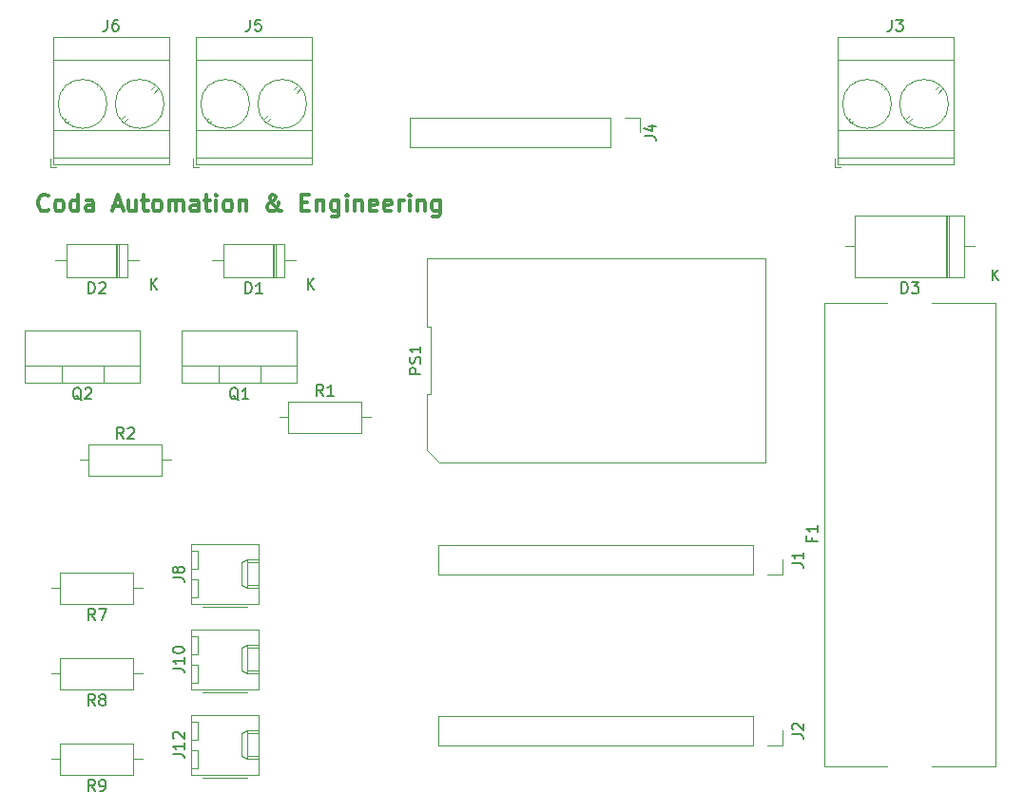
<source format=gbr>
%TF.GenerationSoftware,KiCad,Pcbnew,5.1.4+dfsg1-1*%
%TF.CreationDate,2019-12-03T13:40:21+10:00*%
%TF.ProjectId,Actuators,41637475-6174-46f7-9273-2e6b69636164,1*%
%TF.SameCoordinates,Original*%
%TF.FileFunction,Legend,Top*%
%TF.FilePolarity,Positive*%
%FSLAX46Y46*%
G04 Gerber Fmt 4.6, Leading zero omitted, Abs format (unit mm)*
G04 Created by KiCad (PCBNEW 5.1.4+dfsg1-1) date 2019-12-03 13:40:21*
%MOMM*%
%LPD*%
G04 APERTURE LIST*
%ADD10C,0.300000*%
%ADD11C,0.120000*%
%ADD12C,0.150000*%
G04 APERTURE END LIST*
D10*
X87140000Y-69115714D02*
X87068571Y-69187142D01*
X86854285Y-69258571D01*
X86711428Y-69258571D01*
X86497142Y-69187142D01*
X86354285Y-69044285D01*
X86282857Y-68901428D01*
X86211428Y-68615714D01*
X86211428Y-68401428D01*
X86282857Y-68115714D01*
X86354285Y-67972857D01*
X86497142Y-67830000D01*
X86711428Y-67758571D01*
X86854285Y-67758571D01*
X87068571Y-67830000D01*
X87140000Y-67901428D01*
X87997142Y-69258571D02*
X87854285Y-69187142D01*
X87782857Y-69115714D01*
X87711428Y-68972857D01*
X87711428Y-68544285D01*
X87782857Y-68401428D01*
X87854285Y-68330000D01*
X87997142Y-68258571D01*
X88211428Y-68258571D01*
X88354285Y-68330000D01*
X88425714Y-68401428D01*
X88497142Y-68544285D01*
X88497142Y-68972857D01*
X88425714Y-69115714D01*
X88354285Y-69187142D01*
X88211428Y-69258571D01*
X87997142Y-69258571D01*
X89782857Y-69258571D02*
X89782857Y-67758571D01*
X89782857Y-69187142D02*
X89640000Y-69258571D01*
X89354285Y-69258571D01*
X89211428Y-69187142D01*
X89140000Y-69115714D01*
X89068571Y-68972857D01*
X89068571Y-68544285D01*
X89140000Y-68401428D01*
X89211428Y-68330000D01*
X89354285Y-68258571D01*
X89640000Y-68258571D01*
X89782857Y-68330000D01*
X91140000Y-69258571D02*
X91140000Y-68472857D01*
X91068571Y-68330000D01*
X90925714Y-68258571D01*
X90640000Y-68258571D01*
X90497142Y-68330000D01*
X91140000Y-69187142D02*
X90997142Y-69258571D01*
X90640000Y-69258571D01*
X90497142Y-69187142D01*
X90425714Y-69044285D01*
X90425714Y-68901428D01*
X90497142Y-68758571D01*
X90640000Y-68687142D01*
X90997142Y-68687142D01*
X91140000Y-68615714D01*
X92925714Y-68830000D02*
X93640000Y-68830000D01*
X92782857Y-69258571D02*
X93282857Y-67758571D01*
X93782857Y-69258571D01*
X94925714Y-68258571D02*
X94925714Y-69258571D01*
X94282857Y-68258571D02*
X94282857Y-69044285D01*
X94354285Y-69187142D01*
X94497142Y-69258571D01*
X94711428Y-69258571D01*
X94854285Y-69187142D01*
X94925714Y-69115714D01*
X95425714Y-68258571D02*
X95997142Y-68258571D01*
X95640000Y-67758571D02*
X95640000Y-69044285D01*
X95711428Y-69187142D01*
X95854285Y-69258571D01*
X95997142Y-69258571D01*
X96711428Y-69258571D02*
X96568571Y-69187142D01*
X96497142Y-69115714D01*
X96425714Y-68972857D01*
X96425714Y-68544285D01*
X96497142Y-68401428D01*
X96568571Y-68330000D01*
X96711428Y-68258571D01*
X96925714Y-68258571D01*
X97068571Y-68330000D01*
X97140000Y-68401428D01*
X97211428Y-68544285D01*
X97211428Y-68972857D01*
X97140000Y-69115714D01*
X97068571Y-69187142D01*
X96925714Y-69258571D01*
X96711428Y-69258571D01*
X97854285Y-69258571D02*
X97854285Y-68258571D01*
X97854285Y-68401428D02*
X97925714Y-68330000D01*
X98068571Y-68258571D01*
X98282857Y-68258571D01*
X98425714Y-68330000D01*
X98497142Y-68472857D01*
X98497142Y-69258571D01*
X98497142Y-68472857D02*
X98568571Y-68330000D01*
X98711428Y-68258571D01*
X98925714Y-68258571D01*
X99068571Y-68330000D01*
X99140000Y-68472857D01*
X99140000Y-69258571D01*
X100497142Y-69258571D02*
X100497142Y-68472857D01*
X100425714Y-68330000D01*
X100282857Y-68258571D01*
X99997142Y-68258571D01*
X99854285Y-68330000D01*
X100497142Y-69187142D02*
X100354285Y-69258571D01*
X99997142Y-69258571D01*
X99854285Y-69187142D01*
X99782857Y-69044285D01*
X99782857Y-68901428D01*
X99854285Y-68758571D01*
X99997142Y-68687142D01*
X100354285Y-68687142D01*
X100497142Y-68615714D01*
X100997142Y-68258571D02*
X101568571Y-68258571D01*
X101211428Y-67758571D02*
X101211428Y-69044285D01*
X101282857Y-69187142D01*
X101425714Y-69258571D01*
X101568571Y-69258571D01*
X102068571Y-69258571D02*
X102068571Y-68258571D01*
X102068571Y-67758571D02*
X101997142Y-67830000D01*
X102068571Y-67901428D01*
X102140000Y-67830000D01*
X102068571Y-67758571D01*
X102068571Y-67901428D01*
X102997142Y-69258571D02*
X102854285Y-69187142D01*
X102782857Y-69115714D01*
X102711428Y-68972857D01*
X102711428Y-68544285D01*
X102782857Y-68401428D01*
X102854285Y-68330000D01*
X102997142Y-68258571D01*
X103211428Y-68258571D01*
X103354285Y-68330000D01*
X103425714Y-68401428D01*
X103497142Y-68544285D01*
X103497142Y-68972857D01*
X103425714Y-69115714D01*
X103354285Y-69187142D01*
X103211428Y-69258571D01*
X102997142Y-69258571D01*
X104140000Y-68258571D02*
X104140000Y-69258571D01*
X104140000Y-68401428D02*
X104211428Y-68330000D01*
X104354285Y-68258571D01*
X104568571Y-68258571D01*
X104711428Y-68330000D01*
X104782857Y-68472857D01*
X104782857Y-69258571D01*
X107854285Y-69258571D02*
X107782857Y-69258571D01*
X107640000Y-69187142D01*
X107425714Y-68972857D01*
X107068571Y-68544285D01*
X106925714Y-68330000D01*
X106854285Y-68115714D01*
X106854285Y-67972857D01*
X106925714Y-67830000D01*
X107068571Y-67758571D01*
X107140000Y-67758571D01*
X107282857Y-67830000D01*
X107354285Y-67972857D01*
X107354285Y-68044285D01*
X107282857Y-68187142D01*
X107211428Y-68258571D01*
X106782857Y-68544285D01*
X106711428Y-68615714D01*
X106640000Y-68758571D01*
X106640000Y-68972857D01*
X106711428Y-69115714D01*
X106782857Y-69187142D01*
X106925714Y-69258571D01*
X107140000Y-69258571D01*
X107282857Y-69187142D01*
X107354285Y-69115714D01*
X107568571Y-68830000D01*
X107640000Y-68615714D01*
X107640000Y-68472857D01*
X109640000Y-68472857D02*
X110140000Y-68472857D01*
X110354285Y-69258571D02*
X109640000Y-69258571D01*
X109640000Y-67758571D01*
X110354285Y-67758571D01*
X110997142Y-68258571D02*
X110997142Y-69258571D01*
X110997142Y-68401428D02*
X111068571Y-68330000D01*
X111211428Y-68258571D01*
X111425714Y-68258571D01*
X111568571Y-68330000D01*
X111640000Y-68472857D01*
X111640000Y-69258571D01*
X112997142Y-68258571D02*
X112997142Y-69472857D01*
X112925714Y-69615714D01*
X112854285Y-69687142D01*
X112711428Y-69758571D01*
X112497142Y-69758571D01*
X112354285Y-69687142D01*
X112997142Y-69187142D02*
X112854285Y-69258571D01*
X112568571Y-69258571D01*
X112425714Y-69187142D01*
X112354285Y-69115714D01*
X112282857Y-68972857D01*
X112282857Y-68544285D01*
X112354285Y-68401428D01*
X112425714Y-68330000D01*
X112568571Y-68258571D01*
X112854285Y-68258571D01*
X112997142Y-68330000D01*
X113711428Y-69258571D02*
X113711428Y-68258571D01*
X113711428Y-67758571D02*
X113640000Y-67830000D01*
X113711428Y-67901428D01*
X113782857Y-67830000D01*
X113711428Y-67758571D01*
X113711428Y-67901428D01*
X114425714Y-68258571D02*
X114425714Y-69258571D01*
X114425714Y-68401428D02*
X114497142Y-68330000D01*
X114640000Y-68258571D01*
X114854285Y-68258571D01*
X114997142Y-68330000D01*
X115068571Y-68472857D01*
X115068571Y-69258571D01*
X116354285Y-69187142D02*
X116211428Y-69258571D01*
X115925714Y-69258571D01*
X115782857Y-69187142D01*
X115711428Y-69044285D01*
X115711428Y-68472857D01*
X115782857Y-68330000D01*
X115925714Y-68258571D01*
X116211428Y-68258571D01*
X116354285Y-68330000D01*
X116425714Y-68472857D01*
X116425714Y-68615714D01*
X115711428Y-68758571D01*
X117640000Y-69187142D02*
X117497142Y-69258571D01*
X117211428Y-69258571D01*
X117068571Y-69187142D01*
X116997142Y-69044285D01*
X116997142Y-68472857D01*
X117068571Y-68330000D01*
X117211428Y-68258571D01*
X117497142Y-68258571D01*
X117640000Y-68330000D01*
X117711428Y-68472857D01*
X117711428Y-68615714D01*
X116997142Y-68758571D01*
X118354285Y-69258571D02*
X118354285Y-68258571D01*
X118354285Y-68544285D02*
X118425714Y-68401428D01*
X118497142Y-68330000D01*
X118640000Y-68258571D01*
X118782857Y-68258571D01*
X119282857Y-69258571D02*
X119282857Y-68258571D01*
X119282857Y-67758571D02*
X119211428Y-67830000D01*
X119282857Y-67901428D01*
X119354285Y-67830000D01*
X119282857Y-67758571D01*
X119282857Y-67901428D01*
X119997142Y-68258571D02*
X119997142Y-69258571D01*
X119997142Y-68401428D02*
X120068571Y-68330000D01*
X120211428Y-68258571D01*
X120425714Y-68258571D01*
X120568571Y-68330000D01*
X120640000Y-68472857D01*
X120640000Y-69258571D01*
X121997142Y-68258571D02*
X121997142Y-69472857D01*
X121925714Y-69615714D01*
X121854285Y-69687142D01*
X121711428Y-69758571D01*
X121497142Y-69758571D01*
X121354285Y-69687142D01*
X121997142Y-69187142D02*
X121854285Y-69258571D01*
X121568571Y-69258571D01*
X121425714Y-69187142D01*
X121354285Y-69115714D01*
X121282857Y-68972857D01*
X121282857Y-68544285D01*
X121354285Y-68401428D01*
X121425714Y-68330000D01*
X121568571Y-68258571D01*
X121854285Y-68258571D01*
X121997142Y-68330000D01*
D11*
X100440000Y-114770000D02*
X99840000Y-114770000D01*
X100440000Y-116370000D02*
X100440000Y-114770000D01*
X99840000Y-116370000D02*
X100440000Y-116370000D01*
X100440000Y-117310000D02*
X99840000Y-117310000D01*
X100440000Y-118910000D02*
X100440000Y-117310000D01*
X99840000Y-118910000D02*
X100440000Y-118910000D01*
X105860000Y-115820000D02*
X104860000Y-115820000D01*
X105860000Y-117860000D02*
X104860000Y-117860000D01*
X104330000Y-115820000D02*
X104860000Y-115570000D01*
X104330000Y-117860000D02*
X104330000Y-115820000D01*
X104860000Y-118110000D02*
X104330000Y-117860000D01*
X104860000Y-115570000D02*
X105860000Y-115570000D01*
X104860000Y-118110000D02*
X104860000Y-115570000D01*
X105860000Y-118110000D02*
X104860000Y-118110000D01*
X100870000Y-119780000D02*
X104870000Y-119780000D01*
X99840000Y-114190000D02*
X99840000Y-119490000D01*
X105860000Y-114190000D02*
X99840000Y-114190000D01*
X105860000Y-119490000D02*
X105860000Y-114190000D01*
X99840000Y-119490000D02*
X105860000Y-119490000D01*
X150960000Y-91670000D02*
X150960000Y-73430000D01*
X150960000Y-73430000D02*
X120820000Y-73430000D01*
X120820000Y-73430000D02*
X120820000Y-79510000D01*
X120820000Y-79510000D02*
X121180000Y-79510000D01*
X121180000Y-79510000D02*
X121180000Y-85589999D01*
X121180000Y-85589999D02*
X120820000Y-85589999D01*
X121920000Y-91670000D02*
X150960000Y-91670000D01*
X120820000Y-85589999D02*
X120820000Y-90551000D01*
X120820000Y-90551000D02*
X121920000Y-91670000D01*
X156200000Y-118720000D02*
X156200000Y-77460000D01*
X171460000Y-77460000D02*
X171460000Y-118720000D01*
X156200000Y-77460000D02*
X161830000Y-77460000D01*
X165830000Y-77460000D02*
X171460000Y-77460000D01*
X156200000Y-118720000D02*
X161830000Y-118720000D01*
X165830000Y-118720000D02*
X171460000Y-118720000D01*
X100440000Y-107150000D02*
X99840000Y-107150000D01*
X100440000Y-108750000D02*
X100440000Y-107150000D01*
X99840000Y-108750000D02*
X100440000Y-108750000D01*
X100440000Y-109690000D02*
X99840000Y-109690000D01*
X100440000Y-111290000D02*
X100440000Y-109690000D01*
X99840000Y-111290000D02*
X100440000Y-111290000D01*
X105860000Y-108200000D02*
X104860000Y-108200000D01*
X105860000Y-110240000D02*
X104860000Y-110240000D01*
X104330000Y-108200000D02*
X104860000Y-107950000D01*
X104330000Y-110240000D02*
X104330000Y-108200000D01*
X104860000Y-110490000D02*
X104330000Y-110240000D01*
X104860000Y-107950000D02*
X105860000Y-107950000D01*
X104860000Y-110490000D02*
X104860000Y-107950000D01*
X105860000Y-110490000D02*
X104860000Y-110490000D01*
X100870000Y-112160000D02*
X104870000Y-112160000D01*
X99840000Y-106570000D02*
X99840000Y-111870000D01*
X105860000Y-106570000D02*
X99840000Y-106570000D01*
X105860000Y-111870000D02*
X105860000Y-106570000D01*
X99840000Y-111870000D02*
X105860000Y-111870000D01*
X100440000Y-99530000D02*
X99840000Y-99530000D01*
X100440000Y-101130000D02*
X100440000Y-99530000D01*
X99840000Y-101130000D02*
X100440000Y-101130000D01*
X100440000Y-102070000D02*
X99840000Y-102070000D01*
X100440000Y-103670000D02*
X100440000Y-102070000D01*
X99840000Y-103670000D02*
X100440000Y-103670000D01*
X105860000Y-100580000D02*
X104860000Y-100580000D01*
X105860000Y-102620000D02*
X104860000Y-102620000D01*
X104330000Y-100580000D02*
X104860000Y-100330000D01*
X104330000Y-102620000D02*
X104330000Y-100580000D01*
X104860000Y-102870000D02*
X104330000Y-102620000D01*
X104860000Y-100330000D02*
X105860000Y-100330000D01*
X104860000Y-102870000D02*
X104860000Y-100330000D01*
X105860000Y-102870000D02*
X104860000Y-102870000D01*
X100870000Y-104540000D02*
X104870000Y-104540000D01*
X99840000Y-98950000D02*
X99840000Y-104250000D01*
X105860000Y-98950000D02*
X99840000Y-98950000D01*
X105860000Y-104250000D02*
X105860000Y-98950000D01*
X99840000Y-104250000D02*
X105860000Y-104250000D01*
X87400000Y-118110000D02*
X88170000Y-118110000D01*
X95480000Y-118110000D02*
X94710000Y-118110000D01*
X88170000Y-119480000D02*
X94710000Y-119480000D01*
X88170000Y-116740000D02*
X88170000Y-119480000D01*
X94710000Y-116740000D02*
X88170000Y-116740000D01*
X94710000Y-119480000D02*
X94710000Y-116740000D01*
X87400000Y-110490000D02*
X88170000Y-110490000D01*
X95480000Y-110490000D02*
X94710000Y-110490000D01*
X88170000Y-111860000D02*
X94710000Y-111860000D01*
X88170000Y-109120000D02*
X88170000Y-111860000D01*
X94710000Y-109120000D02*
X88170000Y-109120000D01*
X94710000Y-111860000D02*
X94710000Y-109120000D01*
X87400000Y-102870000D02*
X88170000Y-102870000D01*
X95480000Y-102870000D02*
X94710000Y-102870000D01*
X88170000Y-104240000D02*
X94710000Y-104240000D01*
X88170000Y-101500000D02*
X88170000Y-104240000D01*
X94710000Y-101500000D02*
X88170000Y-101500000D01*
X94710000Y-104240000D02*
X94710000Y-101500000D01*
X87330000Y-65290000D02*
X87830000Y-65290000D01*
X87330000Y-64550000D02*
X87330000Y-65290000D01*
X93992000Y-60682000D02*
X93597000Y-61078000D01*
X96638000Y-58036000D02*
X96258000Y-58416000D01*
X94243000Y-60964000D02*
X93863000Y-61344000D01*
X96904000Y-58302000D02*
X96509000Y-58698000D01*
X88622000Y-60971000D02*
X88516000Y-61078000D01*
X91558000Y-58036000D02*
X91451000Y-58143000D01*
X88888000Y-61237000D02*
X88782000Y-61344000D01*
X91824000Y-58302000D02*
X91717000Y-58409000D01*
X97850000Y-53730000D02*
X97850000Y-65050000D01*
X87570000Y-53730000D02*
X87570000Y-65050000D01*
X87570000Y-65050000D02*
X97850000Y-65050000D01*
X87570000Y-53730000D02*
X97850000Y-53730000D01*
X87570000Y-55790000D02*
X97850000Y-55790000D01*
X87570000Y-61990000D02*
X97850000Y-61990000D01*
X87570000Y-64490000D02*
X97850000Y-64490000D01*
X97430000Y-59690000D02*
G75*
G03X97430000Y-59690000I-2180000J0D01*
G01*
X92350000Y-59690000D02*
G75*
G03X92350000Y-59690000I-2180000J0D01*
G01*
X157180000Y-65290000D02*
X157680000Y-65290000D01*
X157180000Y-64550000D02*
X157180000Y-65290000D01*
X163842000Y-60682000D02*
X163447000Y-61078000D01*
X166488000Y-58036000D02*
X166108000Y-58416000D01*
X164093000Y-60964000D02*
X163713000Y-61344000D01*
X166754000Y-58302000D02*
X166359000Y-58698000D01*
X158472000Y-60971000D02*
X158366000Y-61078000D01*
X161408000Y-58036000D02*
X161301000Y-58143000D01*
X158738000Y-61237000D02*
X158632000Y-61344000D01*
X161674000Y-58302000D02*
X161567000Y-58409000D01*
X167700000Y-53730000D02*
X167700000Y-65050000D01*
X157420000Y-53730000D02*
X157420000Y-65050000D01*
X157420000Y-65050000D02*
X167700000Y-65050000D01*
X157420000Y-53730000D02*
X167700000Y-53730000D01*
X157420000Y-55790000D02*
X167700000Y-55790000D01*
X157420000Y-61990000D02*
X167700000Y-61990000D01*
X157420000Y-64490000D02*
X167700000Y-64490000D01*
X167280000Y-59690000D02*
G75*
G03X167280000Y-59690000I-2180000J0D01*
G01*
X162200000Y-59690000D02*
G75*
G03X162200000Y-59690000I-2180000J0D01*
G01*
X98020000Y-91440000D02*
X97250000Y-91440000D01*
X89940000Y-91440000D02*
X90710000Y-91440000D01*
X97250000Y-90070000D02*
X90710000Y-90070000D01*
X97250000Y-92810000D02*
X97250000Y-90070000D01*
X90710000Y-92810000D02*
X97250000Y-92810000D01*
X90710000Y-90070000D02*
X90710000Y-92810000D01*
X115800000Y-87630000D02*
X115030000Y-87630000D01*
X107720000Y-87630000D02*
X108490000Y-87630000D01*
X115030000Y-86260000D02*
X108490000Y-86260000D01*
X115030000Y-89000000D02*
X115030000Y-86260000D01*
X108490000Y-89000000D02*
X115030000Y-89000000D01*
X108490000Y-86260000D02*
X108490000Y-89000000D01*
X100030000Y-65290000D02*
X100530000Y-65290000D01*
X100030000Y-64550000D02*
X100030000Y-65290000D01*
X106692000Y-60682000D02*
X106297000Y-61078000D01*
X109338000Y-58036000D02*
X108958000Y-58416000D01*
X106943000Y-60964000D02*
X106563000Y-61344000D01*
X109604000Y-58302000D02*
X109209000Y-58698000D01*
X101322000Y-60971000D02*
X101216000Y-61078000D01*
X104258000Y-58036000D02*
X104151000Y-58143000D01*
X101588000Y-61237000D02*
X101482000Y-61344000D01*
X104524000Y-58302000D02*
X104417000Y-58409000D01*
X110550000Y-53730000D02*
X110550000Y-65050000D01*
X100270000Y-53730000D02*
X100270000Y-65050000D01*
X100270000Y-65050000D02*
X110550000Y-65050000D01*
X100270000Y-53730000D02*
X110550000Y-53730000D01*
X100270000Y-55790000D02*
X110550000Y-55790000D01*
X100270000Y-61990000D02*
X110550000Y-61990000D01*
X100270000Y-64490000D02*
X110550000Y-64490000D01*
X110130000Y-59690000D02*
G75*
G03X110130000Y-59690000I-2180000J0D01*
G01*
X105050000Y-59690000D02*
G75*
G03X105050000Y-59690000I-2180000J0D01*
G01*
X139760000Y-60900000D02*
X139760000Y-62230000D01*
X138430000Y-60900000D02*
X139760000Y-60900000D01*
X137160000Y-60900000D02*
X137160000Y-63560000D01*
X137160000Y-63560000D02*
X119320000Y-63560000D01*
X137160000Y-60900000D02*
X119320000Y-60900000D01*
X119320000Y-60900000D02*
X119320000Y-63560000D01*
X88319000Y-84550000D02*
X88319000Y-83040000D01*
X92020000Y-84550000D02*
X92020000Y-83040000D01*
X95290000Y-83040000D02*
X85050000Y-83040000D01*
X85050000Y-84550000D02*
X85050000Y-79909000D01*
X95290000Y-84550000D02*
X95290000Y-79909000D01*
X95290000Y-79909000D02*
X85050000Y-79909000D01*
X95290000Y-84550000D02*
X85050000Y-84550000D01*
X102289000Y-84550000D02*
X102289000Y-83040000D01*
X105990000Y-84550000D02*
X105990000Y-83040000D01*
X109260000Y-83040000D02*
X99020000Y-83040000D01*
X99020000Y-84550000D02*
X99020000Y-79909000D01*
X109260000Y-84550000D02*
X109260000Y-79909000D01*
X109260000Y-79909000D02*
X99020000Y-79909000D01*
X109260000Y-84550000D02*
X99020000Y-84550000D01*
X152460000Y-115570000D02*
X152460000Y-116900000D01*
X152460000Y-116900000D02*
X151130000Y-116900000D01*
X149860000Y-116900000D02*
X121860000Y-116900000D01*
X121860000Y-114240000D02*
X121860000Y-116900000D01*
X149860000Y-114240000D02*
X121860000Y-114240000D01*
X149860000Y-114240000D02*
X149860000Y-116900000D01*
X152460000Y-100330000D02*
X152460000Y-101660000D01*
X152460000Y-101660000D02*
X151130000Y-101660000D01*
X149860000Y-101660000D02*
X121860000Y-101660000D01*
X121860000Y-99000000D02*
X121860000Y-101660000D01*
X149860000Y-99000000D02*
X121860000Y-99000000D01*
X149860000Y-99000000D02*
X149860000Y-101660000D01*
X167275000Y-75110000D02*
X167275000Y-69670000D01*
X167035000Y-75110000D02*
X167035000Y-69670000D01*
X167155000Y-75110000D02*
X167155000Y-69670000D01*
X158050000Y-72390000D02*
X158960000Y-72390000D01*
X169610000Y-72390000D02*
X168700000Y-72390000D01*
X158960000Y-75110000D02*
X168700000Y-75110000D01*
X158960000Y-69670000D02*
X158960000Y-75110000D01*
X168700000Y-69670000D02*
X158960000Y-69670000D01*
X168700000Y-75110000D02*
X168700000Y-69670000D01*
X93380000Y-75130000D02*
X93380000Y-72190000D01*
X93140000Y-75130000D02*
X93140000Y-72190000D01*
X93260000Y-75130000D02*
X93260000Y-72190000D01*
X87700000Y-73660000D02*
X88720000Y-73660000D01*
X95180000Y-73660000D02*
X94160000Y-73660000D01*
X88720000Y-75130000D02*
X94160000Y-75130000D01*
X88720000Y-72190000D02*
X88720000Y-75130000D01*
X94160000Y-72190000D02*
X88720000Y-72190000D01*
X94160000Y-75130000D02*
X94160000Y-72190000D01*
X107350000Y-75130000D02*
X107350000Y-72190000D01*
X107110000Y-75130000D02*
X107110000Y-72190000D01*
X107230000Y-75130000D02*
X107230000Y-72190000D01*
X101670000Y-73660000D02*
X102690000Y-73660000D01*
X109150000Y-73660000D02*
X108130000Y-73660000D01*
X102690000Y-75130000D02*
X108130000Y-75130000D01*
X102690000Y-72190000D02*
X102690000Y-75130000D01*
X108130000Y-72190000D02*
X102690000Y-72190000D01*
X108130000Y-75130000D02*
X108130000Y-72190000D01*
D12*
X98202380Y-117649523D02*
X98916666Y-117649523D01*
X99059523Y-117697142D01*
X99154761Y-117792380D01*
X99202380Y-117935238D01*
X99202380Y-118030476D01*
X99202380Y-116649523D02*
X99202380Y-117220952D01*
X99202380Y-116935238D02*
X98202380Y-116935238D01*
X98345238Y-117030476D01*
X98440476Y-117125714D01*
X98488095Y-117220952D01*
X98297619Y-116268571D02*
X98250000Y-116220952D01*
X98202380Y-116125714D01*
X98202380Y-115887619D01*
X98250000Y-115792380D01*
X98297619Y-115744761D01*
X98392857Y-115697142D01*
X98488095Y-115697142D01*
X98630952Y-115744761D01*
X99202380Y-116316190D01*
X99202380Y-115697142D01*
X120272380Y-83764285D02*
X119272380Y-83764285D01*
X119272380Y-83383333D01*
X119320000Y-83288095D01*
X119367619Y-83240476D01*
X119462857Y-83192857D01*
X119605714Y-83192857D01*
X119700952Y-83240476D01*
X119748571Y-83288095D01*
X119796190Y-83383333D01*
X119796190Y-83764285D01*
X120224761Y-82811904D02*
X120272380Y-82669047D01*
X120272380Y-82430952D01*
X120224761Y-82335714D01*
X120177142Y-82288095D01*
X120081904Y-82240476D01*
X119986666Y-82240476D01*
X119891428Y-82288095D01*
X119843809Y-82335714D01*
X119796190Y-82430952D01*
X119748571Y-82621428D01*
X119700952Y-82716666D01*
X119653333Y-82764285D01*
X119558095Y-82811904D01*
X119462857Y-82811904D01*
X119367619Y-82764285D01*
X119320000Y-82716666D01*
X119272380Y-82621428D01*
X119272380Y-82383333D01*
X119320000Y-82240476D01*
X120272380Y-81288095D02*
X120272380Y-81859523D01*
X120272380Y-81573809D02*
X119272380Y-81573809D01*
X119415238Y-81669047D01*
X119510476Y-81764285D01*
X119558095Y-81859523D01*
X155108571Y-98323333D02*
X155108571Y-98656666D01*
X155632380Y-98656666D02*
X154632380Y-98656666D01*
X154632380Y-98180476D01*
X155632380Y-97275714D02*
X155632380Y-97847142D01*
X155632380Y-97561428D02*
X154632380Y-97561428D01*
X154775238Y-97656666D01*
X154870476Y-97751904D01*
X154918095Y-97847142D01*
X98202380Y-110029523D02*
X98916666Y-110029523D01*
X99059523Y-110077142D01*
X99154761Y-110172380D01*
X99202380Y-110315238D01*
X99202380Y-110410476D01*
X99202380Y-109029523D02*
X99202380Y-109600952D01*
X99202380Y-109315238D02*
X98202380Y-109315238D01*
X98345238Y-109410476D01*
X98440476Y-109505714D01*
X98488095Y-109600952D01*
X98202380Y-108410476D02*
X98202380Y-108315238D01*
X98250000Y-108220000D01*
X98297619Y-108172380D01*
X98392857Y-108124761D01*
X98583333Y-108077142D01*
X98821428Y-108077142D01*
X99011904Y-108124761D01*
X99107142Y-108172380D01*
X99154761Y-108220000D01*
X99202380Y-108315238D01*
X99202380Y-108410476D01*
X99154761Y-108505714D01*
X99107142Y-108553333D01*
X99011904Y-108600952D01*
X98821428Y-108648571D01*
X98583333Y-108648571D01*
X98392857Y-108600952D01*
X98297619Y-108553333D01*
X98250000Y-108505714D01*
X98202380Y-108410476D01*
X98202380Y-101933333D02*
X98916666Y-101933333D01*
X99059523Y-101980952D01*
X99154761Y-102076190D01*
X99202380Y-102219047D01*
X99202380Y-102314285D01*
X98630952Y-101314285D02*
X98583333Y-101409523D01*
X98535714Y-101457142D01*
X98440476Y-101504761D01*
X98392857Y-101504761D01*
X98297619Y-101457142D01*
X98250000Y-101409523D01*
X98202380Y-101314285D01*
X98202380Y-101123809D01*
X98250000Y-101028571D01*
X98297619Y-100980952D01*
X98392857Y-100933333D01*
X98440476Y-100933333D01*
X98535714Y-100980952D01*
X98583333Y-101028571D01*
X98630952Y-101123809D01*
X98630952Y-101314285D01*
X98678571Y-101409523D01*
X98726190Y-101457142D01*
X98821428Y-101504761D01*
X99011904Y-101504761D01*
X99107142Y-101457142D01*
X99154761Y-101409523D01*
X99202380Y-101314285D01*
X99202380Y-101123809D01*
X99154761Y-101028571D01*
X99107142Y-100980952D01*
X99011904Y-100933333D01*
X98821428Y-100933333D01*
X98726190Y-100980952D01*
X98678571Y-101028571D01*
X98630952Y-101123809D01*
X91273333Y-120932380D02*
X90940000Y-120456190D01*
X90701904Y-120932380D02*
X90701904Y-119932380D01*
X91082857Y-119932380D01*
X91178095Y-119980000D01*
X91225714Y-120027619D01*
X91273333Y-120122857D01*
X91273333Y-120265714D01*
X91225714Y-120360952D01*
X91178095Y-120408571D01*
X91082857Y-120456190D01*
X90701904Y-120456190D01*
X91749523Y-120932380D02*
X91940000Y-120932380D01*
X92035238Y-120884761D01*
X92082857Y-120837142D01*
X92178095Y-120694285D01*
X92225714Y-120503809D01*
X92225714Y-120122857D01*
X92178095Y-120027619D01*
X92130476Y-119980000D01*
X92035238Y-119932380D01*
X91844761Y-119932380D01*
X91749523Y-119980000D01*
X91701904Y-120027619D01*
X91654285Y-120122857D01*
X91654285Y-120360952D01*
X91701904Y-120456190D01*
X91749523Y-120503809D01*
X91844761Y-120551428D01*
X92035238Y-120551428D01*
X92130476Y-120503809D01*
X92178095Y-120456190D01*
X92225714Y-120360952D01*
X91273333Y-113312380D02*
X90940000Y-112836190D01*
X90701904Y-113312380D02*
X90701904Y-112312380D01*
X91082857Y-112312380D01*
X91178095Y-112360000D01*
X91225714Y-112407619D01*
X91273333Y-112502857D01*
X91273333Y-112645714D01*
X91225714Y-112740952D01*
X91178095Y-112788571D01*
X91082857Y-112836190D01*
X90701904Y-112836190D01*
X91844761Y-112740952D02*
X91749523Y-112693333D01*
X91701904Y-112645714D01*
X91654285Y-112550476D01*
X91654285Y-112502857D01*
X91701904Y-112407619D01*
X91749523Y-112360000D01*
X91844761Y-112312380D01*
X92035238Y-112312380D01*
X92130476Y-112360000D01*
X92178095Y-112407619D01*
X92225714Y-112502857D01*
X92225714Y-112550476D01*
X92178095Y-112645714D01*
X92130476Y-112693333D01*
X92035238Y-112740952D01*
X91844761Y-112740952D01*
X91749523Y-112788571D01*
X91701904Y-112836190D01*
X91654285Y-112931428D01*
X91654285Y-113121904D01*
X91701904Y-113217142D01*
X91749523Y-113264761D01*
X91844761Y-113312380D01*
X92035238Y-113312380D01*
X92130476Y-113264761D01*
X92178095Y-113217142D01*
X92225714Y-113121904D01*
X92225714Y-112931428D01*
X92178095Y-112836190D01*
X92130476Y-112788571D01*
X92035238Y-112740952D01*
X91273333Y-105692380D02*
X90940000Y-105216190D01*
X90701904Y-105692380D02*
X90701904Y-104692380D01*
X91082857Y-104692380D01*
X91178095Y-104740000D01*
X91225714Y-104787619D01*
X91273333Y-104882857D01*
X91273333Y-105025714D01*
X91225714Y-105120952D01*
X91178095Y-105168571D01*
X91082857Y-105216190D01*
X90701904Y-105216190D01*
X91606666Y-104692380D02*
X92273333Y-104692380D01*
X91844761Y-105692380D01*
X92376666Y-52182380D02*
X92376666Y-52896666D01*
X92329047Y-53039523D01*
X92233809Y-53134761D01*
X92090952Y-53182380D01*
X91995714Y-53182380D01*
X93281428Y-52182380D02*
X93090952Y-52182380D01*
X92995714Y-52230000D01*
X92948095Y-52277619D01*
X92852857Y-52420476D01*
X92805238Y-52610952D01*
X92805238Y-52991904D01*
X92852857Y-53087142D01*
X92900476Y-53134761D01*
X92995714Y-53182380D01*
X93186190Y-53182380D01*
X93281428Y-53134761D01*
X93329047Y-53087142D01*
X93376666Y-52991904D01*
X93376666Y-52753809D01*
X93329047Y-52658571D01*
X93281428Y-52610952D01*
X93186190Y-52563333D01*
X92995714Y-52563333D01*
X92900476Y-52610952D01*
X92852857Y-52658571D01*
X92805238Y-52753809D01*
X162226666Y-52182380D02*
X162226666Y-52896666D01*
X162179047Y-53039523D01*
X162083809Y-53134761D01*
X161940952Y-53182380D01*
X161845714Y-53182380D01*
X162607619Y-52182380D02*
X163226666Y-52182380D01*
X162893333Y-52563333D01*
X163036190Y-52563333D01*
X163131428Y-52610952D01*
X163179047Y-52658571D01*
X163226666Y-52753809D01*
X163226666Y-52991904D01*
X163179047Y-53087142D01*
X163131428Y-53134761D01*
X163036190Y-53182380D01*
X162750476Y-53182380D01*
X162655238Y-53134761D01*
X162607619Y-53087142D01*
X93813333Y-89522380D02*
X93480000Y-89046190D01*
X93241904Y-89522380D02*
X93241904Y-88522380D01*
X93622857Y-88522380D01*
X93718095Y-88570000D01*
X93765714Y-88617619D01*
X93813333Y-88712857D01*
X93813333Y-88855714D01*
X93765714Y-88950952D01*
X93718095Y-88998571D01*
X93622857Y-89046190D01*
X93241904Y-89046190D01*
X94194285Y-88617619D02*
X94241904Y-88570000D01*
X94337142Y-88522380D01*
X94575238Y-88522380D01*
X94670476Y-88570000D01*
X94718095Y-88617619D01*
X94765714Y-88712857D01*
X94765714Y-88808095D01*
X94718095Y-88950952D01*
X94146666Y-89522380D01*
X94765714Y-89522380D01*
X111593333Y-85712380D02*
X111260000Y-85236190D01*
X111021904Y-85712380D02*
X111021904Y-84712380D01*
X111402857Y-84712380D01*
X111498095Y-84760000D01*
X111545714Y-84807619D01*
X111593333Y-84902857D01*
X111593333Y-85045714D01*
X111545714Y-85140952D01*
X111498095Y-85188571D01*
X111402857Y-85236190D01*
X111021904Y-85236190D01*
X112545714Y-85712380D02*
X111974285Y-85712380D01*
X112260000Y-85712380D02*
X112260000Y-84712380D01*
X112164761Y-84855238D01*
X112069523Y-84950476D01*
X111974285Y-84998095D01*
X105076666Y-52182380D02*
X105076666Y-52896666D01*
X105029047Y-53039523D01*
X104933809Y-53134761D01*
X104790952Y-53182380D01*
X104695714Y-53182380D01*
X106029047Y-52182380D02*
X105552857Y-52182380D01*
X105505238Y-52658571D01*
X105552857Y-52610952D01*
X105648095Y-52563333D01*
X105886190Y-52563333D01*
X105981428Y-52610952D01*
X106029047Y-52658571D01*
X106076666Y-52753809D01*
X106076666Y-52991904D01*
X106029047Y-53087142D01*
X105981428Y-53134761D01*
X105886190Y-53182380D01*
X105648095Y-53182380D01*
X105552857Y-53134761D01*
X105505238Y-53087142D01*
X140212380Y-62563333D02*
X140926666Y-62563333D01*
X141069523Y-62610952D01*
X141164761Y-62706190D01*
X141212380Y-62849047D01*
X141212380Y-62944285D01*
X140545714Y-61658571D02*
X141212380Y-61658571D01*
X140164761Y-61896666D02*
X140879047Y-62134761D01*
X140879047Y-61515714D01*
X90074761Y-86097619D02*
X89979523Y-86050000D01*
X89884285Y-85954761D01*
X89741428Y-85811904D01*
X89646190Y-85764285D01*
X89550952Y-85764285D01*
X89598571Y-86002380D02*
X89503333Y-85954761D01*
X89408095Y-85859523D01*
X89360476Y-85669047D01*
X89360476Y-85335714D01*
X89408095Y-85145238D01*
X89503333Y-85050000D01*
X89598571Y-85002380D01*
X89789047Y-85002380D01*
X89884285Y-85050000D01*
X89979523Y-85145238D01*
X90027142Y-85335714D01*
X90027142Y-85669047D01*
X89979523Y-85859523D01*
X89884285Y-85954761D01*
X89789047Y-86002380D01*
X89598571Y-86002380D01*
X90408095Y-85097619D02*
X90455714Y-85050000D01*
X90550952Y-85002380D01*
X90789047Y-85002380D01*
X90884285Y-85050000D01*
X90931904Y-85097619D01*
X90979523Y-85192857D01*
X90979523Y-85288095D01*
X90931904Y-85430952D01*
X90360476Y-86002380D01*
X90979523Y-86002380D01*
X104044761Y-86097619D02*
X103949523Y-86050000D01*
X103854285Y-85954761D01*
X103711428Y-85811904D01*
X103616190Y-85764285D01*
X103520952Y-85764285D01*
X103568571Y-86002380D02*
X103473333Y-85954761D01*
X103378095Y-85859523D01*
X103330476Y-85669047D01*
X103330476Y-85335714D01*
X103378095Y-85145238D01*
X103473333Y-85050000D01*
X103568571Y-85002380D01*
X103759047Y-85002380D01*
X103854285Y-85050000D01*
X103949523Y-85145238D01*
X103997142Y-85335714D01*
X103997142Y-85669047D01*
X103949523Y-85859523D01*
X103854285Y-85954761D01*
X103759047Y-86002380D01*
X103568571Y-86002380D01*
X104949523Y-86002380D02*
X104378095Y-86002380D01*
X104663809Y-86002380D02*
X104663809Y-85002380D01*
X104568571Y-85145238D01*
X104473333Y-85240476D01*
X104378095Y-85288095D01*
X153352380Y-115903333D02*
X154066666Y-115903333D01*
X154209523Y-115950952D01*
X154304761Y-116046190D01*
X154352380Y-116189047D01*
X154352380Y-116284285D01*
X153447619Y-115474761D02*
X153400000Y-115427142D01*
X153352380Y-115331904D01*
X153352380Y-115093809D01*
X153400000Y-114998571D01*
X153447619Y-114950952D01*
X153542857Y-114903333D01*
X153638095Y-114903333D01*
X153780952Y-114950952D01*
X154352380Y-115522380D01*
X154352380Y-114903333D01*
X153352380Y-100663333D02*
X154066666Y-100663333D01*
X154209523Y-100710952D01*
X154304761Y-100806190D01*
X154352380Y-100949047D01*
X154352380Y-101044285D01*
X154352380Y-99663333D02*
X154352380Y-100234761D01*
X154352380Y-99949047D02*
X153352380Y-99949047D01*
X153495238Y-100044285D01*
X153590476Y-100139523D01*
X153638095Y-100234761D01*
X163091904Y-76562380D02*
X163091904Y-75562380D01*
X163330000Y-75562380D01*
X163472857Y-75610000D01*
X163568095Y-75705238D01*
X163615714Y-75800476D01*
X163663333Y-75990952D01*
X163663333Y-76133809D01*
X163615714Y-76324285D01*
X163568095Y-76419523D01*
X163472857Y-76514761D01*
X163330000Y-76562380D01*
X163091904Y-76562380D01*
X163996666Y-75562380D02*
X164615714Y-75562380D01*
X164282380Y-75943333D01*
X164425238Y-75943333D01*
X164520476Y-75990952D01*
X164568095Y-76038571D01*
X164615714Y-76133809D01*
X164615714Y-76371904D01*
X164568095Y-76467142D01*
X164520476Y-76514761D01*
X164425238Y-76562380D01*
X164139523Y-76562380D01*
X164044285Y-76514761D01*
X163996666Y-76467142D01*
X171188095Y-75442380D02*
X171188095Y-74442380D01*
X171759523Y-75442380D02*
X171330952Y-74870952D01*
X171759523Y-74442380D02*
X171188095Y-75013809D01*
X90701904Y-76582380D02*
X90701904Y-75582380D01*
X90940000Y-75582380D01*
X91082857Y-75630000D01*
X91178095Y-75725238D01*
X91225714Y-75820476D01*
X91273333Y-76010952D01*
X91273333Y-76153809D01*
X91225714Y-76344285D01*
X91178095Y-76439523D01*
X91082857Y-76534761D01*
X90940000Y-76582380D01*
X90701904Y-76582380D01*
X91654285Y-75677619D02*
X91701904Y-75630000D01*
X91797142Y-75582380D01*
X92035238Y-75582380D01*
X92130476Y-75630000D01*
X92178095Y-75677619D01*
X92225714Y-75772857D01*
X92225714Y-75868095D01*
X92178095Y-76010952D01*
X91606666Y-76582380D01*
X92225714Y-76582380D01*
X96258095Y-76212380D02*
X96258095Y-75212380D01*
X96829523Y-76212380D02*
X96400952Y-75640952D01*
X96829523Y-75212380D02*
X96258095Y-75783809D01*
X104671904Y-76582380D02*
X104671904Y-75582380D01*
X104910000Y-75582380D01*
X105052857Y-75630000D01*
X105148095Y-75725238D01*
X105195714Y-75820476D01*
X105243333Y-76010952D01*
X105243333Y-76153809D01*
X105195714Y-76344285D01*
X105148095Y-76439523D01*
X105052857Y-76534761D01*
X104910000Y-76582380D01*
X104671904Y-76582380D01*
X106195714Y-76582380D02*
X105624285Y-76582380D01*
X105910000Y-76582380D02*
X105910000Y-75582380D01*
X105814761Y-75725238D01*
X105719523Y-75820476D01*
X105624285Y-75868095D01*
X110228095Y-76212380D02*
X110228095Y-75212380D01*
X110799523Y-76212380D02*
X110370952Y-75640952D01*
X110799523Y-75212380D02*
X110228095Y-75783809D01*
M02*

</source>
